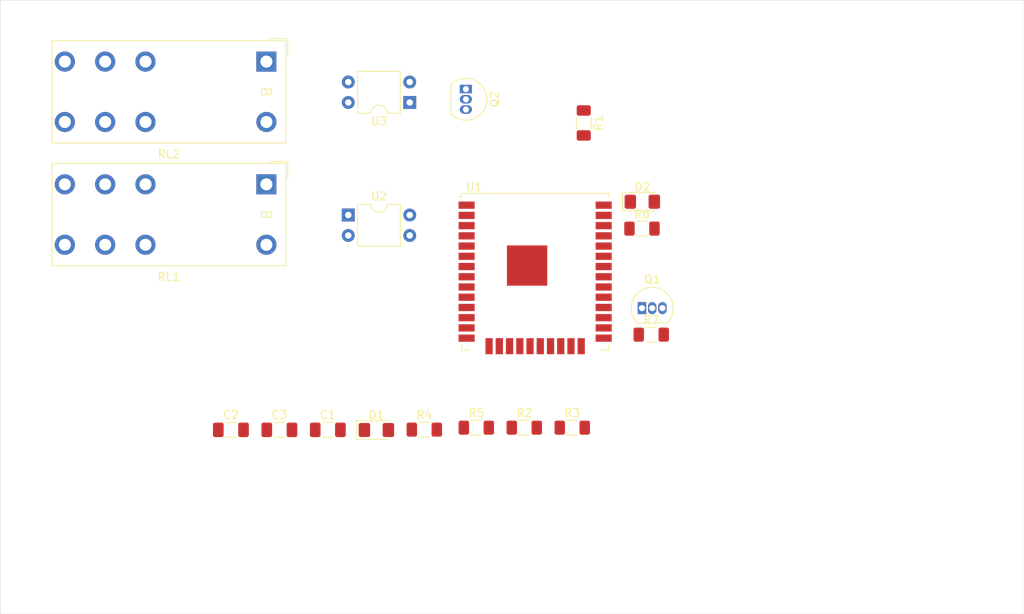
<source format=kicad_pcb>
(kicad_pcb (version 20171130) (host pcbnew "(5.1.10)-1")

  (general
    (thickness 1.6)
    (drawings 4)
    (tracks 0)
    (zones 0)
    (modules 19)
    (nets 17)
  )

  (page A4)
  (layers
    (0 F.Cu signal)
    (31 B.Cu signal)
    (32 B.Adhes user)
    (33 F.Adhes user)
    (34 B.Paste user)
    (35 F.Paste user)
    (36 B.SilkS user)
    (37 F.SilkS user)
    (38 B.Mask user)
    (39 F.Mask user)
    (40 Dwgs.User user)
    (41 Cmts.User user)
    (42 Eco1.User user)
    (43 Eco2.User user)
    (44 Edge.Cuts user)
    (45 Margin user)
    (46 B.CrtYd user)
    (47 F.CrtYd user)
    (48 B.Fab user)
    (49 F.Fab user)
  )

  (setup
    (last_trace_width 0.25)
    (trace_clearance 0.2)
    (zone_clearance 0.508)
    (zone_45_only no)
    (trace_min 0.2)
    (via_size 0.8)
    (via_drill 0.4)
    (via_min_size 0.4)
    (via_min_drill 0.3)
    (uvia_size 0.3)
    (uvia_drill 0.1)
    (uvias_allowed no)
    (uvia_min_size 0.2)
    (uvia_min_drill 0.1)
    (edge_width 0.05)
    (segment_width 0.2)
    (pcb_text_width 0.3)
    (pcb_text_size 1.5 1.5)
    (mod_edge_width 0.12)
    (mod_text_size 1 1)
    (mod_text_width 0.15)
    (pad_size 1.524 1.524)
    (pad_drill 0.762)
    (pad_to_mask_clearance 0)
    (aux_axis_origin 0 0)
    (visible_elements 7FFFFFFF)
    (pcbplotparams
      (layerselection 0x010fc_ffffffff)
      (usegerberextensions false)
      (usegerberattributes true)
      (usegerberadvancedattributes true)
      (creategerberjobfile true)
      (excludeedgelayer true)
      (linewidth 0.100000)
      (plotframeref false)
      (viasonmask false)
      (mode 1)
      (useauxorigin false)
      (hpglpennumber 1)
      (hpglpenspeed 20)
      (hpglpendiameter 15.000000)
      (psnegative false)
      (psa4output false)
      (plotreference true)
      (plotvalue true)
      (plotinvisibletext false)
      (padsonsilk false)
      (subtractmaskfromsilk false)
      (outputformat 1)
      (mirror false)
      (drillshape 1)
      (scaleselection 1)
      (outputdirectory ""))
  )

  (net 0 "")
  (net 1 +3V3)
  (net 2 VSS)
  (net 3 "Net-(C3-Pad1)")
  (net 4 "Net-(D1-Pad2)")
  (net 5 +12V)
  (net 6 "Net-(D2-Pad2)")
  (net 7 "Net-(Q1-Pad2)")
  (net 8 "Net-(Q2-Pad2)")
  (net 9 "Net-(R4-Pad1)")
  (net 10 "Net-(R5-Pad1)")
  (net 11 "Net-(R6-Pad2)")
  (net 12 "Net-(R7-Pad2)")
  (net 13 "Net-(RL1-Pad3)")
  (net 14 "Net-(RL1-Pad4)")
  (net 15 "Net-(RL2-Pad3)")
  (net 16 "Net-(RL2-Pad4)")

  (net_class Default "This is the default net class."
    (clearance 0.2)
    (trace_width 0.25)
    (via_dia 0.8)
    (via_drill 0.4)
    (uvia_dia 0.3)
    (uvia_drill 0.1)
    (add_net +12V)
    (add_net +3V3)
    (add_net "Net-(C3-Pad1)")
    (add_net "Net-(D1-Pad2)")
    (add_net "Net-(D2-Pad2)")
    (add_net "Net-(Q1-Pad2)")
    (add_net "Net-(Q2-Pad2)")
    (add_net "Net-(R4-Pad1)")
    (add_net "Net-(R5-Pad1)")
    (add_net "Net-(R6-Pad2)")
    (add_net "Net-(R7-Pad2)")
    (add_net "Net-(RL1-Pad2)")
    (add_net "Net-(RL1-Pad3)")
    (add_net "Net-(RL1-Pad4)")
    (add_net "Net-(RL1-Pad7)")
    (add_net "Net-(RL2-Pad2)")
    (add_net "Net-(RL2-Pad3)")
    (add_net "Net-(RL2-Pad4)")
    (add_net "Net-(RL2-Pad7)")
    (add_net "Net-(U1-Pad10)")
    (add_net "Net-(U1-Pad11)")
    (add_net "Net-(U1-Pad12)")
    (add_net "Net-(U1-Pad13)")
    (add_net "Net-(U1-Pad14)")
    (add_net "Net-(U1-Pad16)")
    (add_net "Net-(U1-Pad17)")
    (add_net "Net-(U1-Pad18)")
    (add_net "Net-(U1-Pad19)")
    (add_net "Net-(U1-Pad20)")
    (add_net "Net-(U1-Pad21)")
    (add_net "Net-(U1-Pad22)")
    (add_net "Net-(U1-Pad23)")
    (add_net "Net-(U1-Pad24)")
    (add_net "Net-(U1-Pad25)")
    (add_net "Net-(U1-Pad26)")
    (add_net "Net-(U1-Pad27)")
    (add_net "Net-(U1-Pad28)")
    (add_net "Net-(U1-Pad29)")
    (add_net "Net-(U1-Pad30)")
    (add_net "Net-(U1-Pad31)")
    (add_net "Net-(U1-Pad32)")
    (add_net "Net-(U1-Pad33)")
    (add_net "Net-(U1-Pad34)")
    (add_net "Net-(U1-Pad35)")
    (add_net "Net-(U1-Pad36)")
    (add_net "Net-(U1-Pad37)")
    (add_net "Net-(U1-Pad4)")
    (add_net "Net-(U1-Pad5)")
    (add_net "Net-(U1-Pad6)")
    (add_net "Net-(U1-Pad7)")
    (add_net "Net-(U1-Pad8)")
    (add_net "Net-(U1-Pad9)")
    (add_net "Net-(U2-Pad1)")
    (add_net "Net-(U3-Pad1)")
    (add_net VSS)
  )

  (module Package_TO_SOT_THT:TO-92_Inline (layer F.Cu) (tedit 5A1DD157) (tstamp 62971E64)
    (at 83.17 36.43 270)
    (descr "TO-92 leads in-line, narrow, oval pads, drill 0.75mm (see NXP sot054_po.pdf)")
    (tags "to-92 sc-43 sc-43a sot54 PA33 transistor")
    (path /62962D24)
    (fp_text reference Q2 (at 1.27 -3.56 90) (layer F.SilkS)
      (effects (font (size 1 1) (thickness 0.15)))
    )
    (fp_text value PN2222A (at 1.27 2.79 90) (layer F.Fab)
      (effects (font (size 1 1) (thickness 0.15)))
    )
    (fp_arc (start 1.27 0) (end 1.27 -2.6) (angle 135) (layer F.SilkS) (width 0.12))
    (fp_arc (start 1.27 0) (end 1.27 -2.48) (angle -135) (layer F.Fab) (width 0.1))
    (fp_arc (start 1.27 0) (end 1.27 -2.6) (angle -135) (layer F.SilkS) (width 0.12))
    (fp_arc (start 1.27 0) (end 1.27 -2.48) (angle 135) (layer F.Fab) (width 0.1))
    (fp_text user %R (at 1.27 0 90) (layer F.Fab)
      (effects (font (size 1 1) (thickness 0.15)))
    )
    (fp_line (start -0.53 1.85) (end 3.07 1.85) (layer F.SilkS) (width 0.12))
    (fp_line (start -0.5 1.75) (end 3 1.75) (layer F.Fab) (width 0.1))
    (fp_line (start -1.46 -2.73) (end 4 -2.73) (layer F.CrtYd) (width 0.05))
    (fp_line (start -1.46 -2.73) (end -1.46 2.01) (layer F.CrtYd) (width 0.05))
    (fp_line (start 4 2.01) (end 4 -2.73) (layer F.CrtYd) (width 0.05))
    (fp_line (start 4 2.01) (end -1.46 2.01) (layer F.CrtYd) (width 0.05))
    (pad 1 thru_hole rect (at 0 0 270) (size 1.05 1.5) (drill 0.75) (layers *.Cu *.Mask)
      (net 2 VSS))
    (pad 3 thru_hole oval (at 2.54 0 270) (size 1.05 1.5) (drill 0.75) (layers *.Cu *.Mask)
      (net 6 "Net-(D2-Pad2)"))
    (pad 2 thru_hole oval (at 1.27 0 270) (size 1.05 1.5) (drill 0.75) (layers *.Cu *.Mask)
      (net 8 "Net-(Q2-Pad2)"))
    (model ${KISYS3DMOD}/Package_TO_SOT_THT.3dshapes/TO-92_Inline.wrl
      (at (xyz 0 0 0))
      (scale (xyz 1 1 1))
      (rotate (xyz 0 0 0))
    )
  )

  (module Package_TO_SOT_THT:TO-92_Inline (layer F.Cu) (tedit 5A1DD157) (tstamp 62971E53)
    (at 105.01 63.63)
    (descr "TO-92 leads in-line, narrow, oval pads, drill 0.75mm (see NXP sot054_po.pdf)")
    (tags "to-92 sc-43 sc-43a sot54 PA33 transistor")
    (path /62A02781)
    (fp_text reference Q1 (at 1.27 -3.56) (layer F.SilkS)
      (effects (font (size 1 1) (thickness 0.15)))
    )
    (fp_text value PN2222A (at 1.27 2.79) (layer F.Fab)
      (effects (font (size 1 1) (thickness 0.15)))
    )
    (fp_arc (start 1.27 0) (end 1.27 -2.6) (angle 135) (layer F.SilkS) (width 0.12))
    (fp_arc (start 1.27 0) (end 1.27 -2.48) (angle -135) (layer F.Fab) (width 0.1))
    (fp_arc (start 1.27 0) (end 1.27 -2.6) (angle -135) (layer F.SilkS) (width 0.12))
    (fp_arc (start 1.27 0) (end 1.27 -2.48) (angle 135) (layer F.Fab) (width 0.1))
    (fp_text user %R (at 1.27 0) (layer F.Fab)
      (effects (font (size 1 1) (thickness 0.15)))
    )
    (fp_line (start -0.53 1.85) (end 3.07 1.85) (layer F.SilkS) (width 0.12))
    (fp_line (start -0.5 1.75) (end 3 1.75) (layer F.Fab) (width 0.1))
    (fp_line (start -1.46 -2.73) (end 4 -2.73) (layer F.CrtYd) (width 0.05))
    (fp_line (start -1.46 -2.73) (end -1.46 2.01) (layer F.CrtYd) (width 0.05))
    (fp_line (start 4 2.01) (end 4 -2.73) (layer F.CrtYd) (width 0.05))
    (fp_line (start 4 2.01) (end -1.46 2.01) (layer F.CrtYd) (width 0.05))
    (pad 1 thru_hole rect (at 0 0) (size 1.05 1.5) (drill 0.75) (layers *.Cu *.Mask)
      (net 2 VSS))
    (pad 3 thru_hole oval (at 2.54 0) (size 1.05 1.5) (drill 0.75) (layers *.Cu *.Mask)
      (net 4 "Net-(D1-Pad2)"))
    (pad 2 thru_hole oval (at 1.27 0) (size 1.05 1.5) (drill 0.75) (layers *.Cu *.Mask)
      (net 7 "Net-(Q1-Pad2)"))
    (model ${KISYS3DMOD}/Package_TO_SOT_THT.3dshapes/TO-92_Inline.wrl
      (at (xyz 0 0 0))
      (scale (xyz 1 1 1))
      (rotate (xyz 0 0 0))
    )
  )

  (module Package_DIP:DIP-4_W7.62mm (layer F.Cu) (tedit 5A02E8C5) (tstamp 62971F90)
    (at 76.2 38.1 180)
    (descr "4-lead though-hole mounted DIP package, row spacing 7.62 mm (300 mils)")
    (tags "THT DIP DIL PDIP 2.54mm 7.62mm 300mil")
    (path /6295CB16)
    (fp_text reference U3 (at 3.81 -2.33) (layer F.SilkS)
      (effects (font (size 1 1) (thickness 0.15)))
    )
    (fp_text value PC817 (at 3.81 4.87) (layer F.Fab)
      (effects (font (size 1 1) (thickness 0.15)))
    )
    (fp_line (start 8.7 -1.55) (end -1.1 -1.55) (layer F.CrtYd) (width 0.05))
    (fp_line (start 8.7 4.1) (end 8.7 -1.55) (layer F.CrtYd) (width 0.05))
    (fp_line (start -1.1 4.1) (end 8.7 4.1) (layer F.CrtYd) (width 0.05))
    (fp_line (start -1.1 -1.55) (end -1.1 4.1) (layer F.CrtYd) (width 0.05))
    (fp_line (start 6.46 -1.33) (end 4.81 -1.33) (layer F.SilkS) (width 0.12))
    (fp_line (start 6.46 3.87) (end 6.46 -1.33) (layer F.SilkS) (width 0.12))
    (fp_line (start 1.16 3.87) (end 6.46 3.87) (layer F.SilkS) (width 0.12))
    (fp_line (start 1.16 -1.33) (end 1.16 3.87) (layer F.SilkS) (width 0.12))
    (fp_line (start 2.81 -1.33) (end 1.16 -1.33) (layer F.SilkS) (width 0.12))
    (fp_line (start 0.635 -0.27) (end 1.635 -1.27) (layer F.Fab) (width 0.1))
    (fp_line (start 0.635 3.81) (end 0.635 -0.27) (layer F.Fab) (width 0.1))
    (fp_line (start 6.985 3.81) (end 0.635 3.81) (layer F.Fab) (width 0.1))
    (fp_line (start 6.985 -1.27) (end 6.985 3.81) (layer F.Fab) (width 0.1))
    (fp_line (start 1.635 -1.27) (end 6.985 -1.27) (layer F.Fab) (width 0.1))
    (fp_text user %R (at 3.81 1.27) (layer F.Fab)
      (effects (font (size 1 1) (thickness 0.15)))
    )
    (fp_arc (start 3.81 -1.33) (end 2.81 -1.33) (angle -180) (layer F.SilkS) (width 0.12))
    (pad 4 thru_hole oval (at 7.62 0 180) (size 1.6 1.6) (drill 0.8) (layers *.Cu *.Mask)
      (net 5 +12V))
    (pad 2 thru_hole oval (at 0 2.54 180) (size 1.6 1.6) (drill 0.8) (layers *.Cu *.Mask)
      (net 12 "Net-(R7-Pad2)"))
    (pad 3 thru_hole oval (at 7.62 2.54 180) (size 1.6 1.6) (drill 0.8) (layers *.Cu *.Mask)
      (net 10 "Net-(R5-Pad1)"))
    (pad 1 thru_hole rect (at 0 0 180) (size 1.6 1.6) (drill 0.8) (layers *.Cu *.Mask))
    (model ${KISYS3DMOD}/Package_DIP.3dshapes/DIP-4_W7.62mm.wrl
      (at (xyz 0 0 0))
      (scale (xyz 1 1 1))
      (rotate (xyz 0 0 0))
    )
  )

  (module Package_DIP:DIP-4_W7.62mm (layer F.Cu) (tedit 5A02E8C5) (tstamp 62971F78)
    (at 68.58 52.07)
    (descr "4-lead though-hole mounted DIP package, row spacing 7.62 mm (300 mils)")
    (tags "THT DIP DIL PDIP 2.54mm 7.62mm 300mil")
    (path /62A02793)
    (fp_text reference U2 (at 3.81 -2.33) (layer F.SilkS)
      (effects (font (size 1 1) (thickness 0.15)))
    )
    (fp_text value PC817 (at 3.81 4.87) (layer F.Fab)
      (effects (font (size 1 1) (thickness 0.15)))
    )
    (fp_line (start 8.7 -1.55) (end -1.1 -1.55) (layer F.CrtYd) (width 0.05))
    (fp_line (start 8.7 4.1) (end 8.7 -1.55) (layer F.CrtYd) (width 0.05))
    (fp_line (start -1.1 4.1) (end 8.7 4.1) (layer F.CrtYd) (width 0.05))
    (fp_line (start -1.1 -1.55) (end -1.1 4.1) (layer F.CrtYd) (width 0.05))
    (fp_line (start 6.46 -1.33) (end 4.81 -1.33) (layer F.SilkS) (width 0.12))
    (fp_line (start 6.46 3.87) (end 6.46 -1.33) (layer F.SilkS) (width 0.12))
    (fp_line (start 1.16 3.87) (end 6.46 3.87) (layer F.SilkS) (width 0.12))
    (fp_line (start 1.16 -1.33) (end 1.16 3.87) (layer F.SilkS) (width 0.12))
    (fp_line (start 2.81 -1.33) (end 1.16 -1.33) (layer F.SilkS) (width 0.12))
    (fp_line (start 0.635 -0.27) (end 1.635 -1.27) (layer F.Fab) (width 0.1))
    (fp_line (start 0.635 3.81) (end 0.635 -0.27) (layer F.Fab) (width 0.1))
    (fp_line (start 6.985 3.81) (end 0.635 3.81) (layer F.Fab) (width 0.1))
    (fp_line (start 6.985 -1.27) (end 6.985 3.81) (layer F.Fab) (width 0.1))
    (fp_line (start 1.635 -1.27) (end 6.985 -1.27) (layer F.Fab) (width 0.1))
    (fp_text user %R (at 3.81 1.27) (layer F.Fab)
      (effects (font (size 1 1) (thickness 0.15)))
    )
    (fp_arc (start 3.81 -1.33) (end 2.81 -1.33) (angle -180) (layer F.SilkS) (width 0.12))
    (pad 4 thru_hole oval (at 7.62 0) (size 1.6 1.6) (drill 0.8) (layers *.Cu *.Mask)
      (net 5 +12V))
    (pad 2 thru_hole oval (at 0 2.54) (size 1.6 1.6) (drill 0.8) (layers *.Cu *.Mask)
      (net 11 "Net-(R6-Pad2)"))
    (pad 3 thru_hole oval (at 7.62 2.54) (size 1.6 1.6) (drill 0.8) (layers *.Cu *.Mask)
      (net 9 "Net-(R4-Pad1)"))
    (pad 1 thru_hole rect (at 0 0) (size 1.6 1.6) (drill 0.8) (layers *.Cu *.Mask))
    (model ${KISYS3DMOD}/Package_DIP.3dshapes/DIP-4_W7.62mm.wrl
      (at (xyz 0 0 0))
      (scale (xyz 1 1 1))
      (rotate (xyz 0 0 0))
    )
  )

  (module RF_Module:ESP32-WROOM-32U (layer F.Cu) (tedit 5B5B4734) (tstamp 62971F60)
    (at 91.76 59.1)
    (descr "Single 2.4 GHz Wi-Fi and Bluetooth combo chip with U.FL connector, https://www.espressif.com/sites/default/files/documentation/esp32-wroom-32d_esp32-wroom-32u_datasheet_en.pdf")
    (tags "Single 2.4 GHz Wi-Fi and Bluetooth combo  chip")
    (path /62A03C9B)
    (attr smd)
    (fp_text reference U1 (at -7.58 -10.5 180) (layer F.SilkS)
      (effects (font (size 1 1) (thickness 0.15)))
    )
    (fp_text value ESP32-WROOM-32U (at 0 11.5) (layer F.Fab)
      (effects (font (size 1 1) (thickness 0.15)))
    )
    (fp_line (start -9.12 -9.3) (end -9.5 -9.3) (layer F.SilkS) (width 0.12))
    (fp_line (start -9.12 -9.72) (end -9.12 -9.3) (layer F.SilkS) (width 0.12))
    (fp_line (start 9.12 -9.72) (end 9.12 -9.3) (layer F.SilkS) (width 0.12))
    (fp_line (start -9.12 -9.72) (end 9.12 -9.72) (layer F.SilkS) (width 0.12))
    (fp_line (start 9.12 9.72) (end 8.12 9.72) (layer F.SilkS) (width 0.12))
    (fp_line (start 9.12 9.1) (end 9.12 9.72) (layer F.SilkS) (width 0.12))
    (fp_line (start -9.12 9.72) (end -8.12 9.72) (layer F.SilkS) (width 0.12))
    (fp_line (start -9.12 9.1) (end -9.12 9.72) (layer F.SilkS) (width 0.12))
    (fp_line (start 9.75 -9.85) (end -9.75 -9.85) (layer F.CrtYd) (width 0.05))
    (fp_line (start -9 -8) (end -8.5 -8.5) (layer F.Fab) (width 0.1))
    (fp_line (start -8.5 -8.5) (end -9 -9) (layer F.Fab) (width 0.1))
    (fp_line (start -9 -8) (end -9 9.6) (layer F.Fab) (width 0.1))
    (fp_line (start 9.75 -9.85) (end 9.75 10.5) (layer F.CrtYd) (width 0.05))
    (fp_line (start -9.75 10.5) (end 9.75 10.5) (layer F.CrtYd) (width 0.05))
    (fp_line (start -9.75 10.5) (end -9.75 -9.85) (layer F.CrtYd) (width 0.05))
    (fp_line (start -9 -9.6) (end 9 -9.6) (layer F.Fab) (width 0.1))
    (fp_line (start -9 -9.6) (end -9 -9) (layer F.Fab) (width 0.1))
    (fp_line (start -9 9.6) (end 9 9.6) (layer F.Fab) (width 0.1))
    (fp_line (start 9 9.6) (end 9 -9.6) (layer F.Fab) (width 0.1))
    (fp_text user %R (at 0 0) (layer F.Fab)
      (effects (font (size 1 1) (thickness 0.15)))
    )
    (pad 38 smd rect (at 8.5 -8.255) (size 2 0.9) (layers F.Cu F.Paste F.Mask)
      (net 2 VSS))
    (pad 37 smd rect (at 8.5 -6.985) (size 2 0.9) (layers F.Cu F.Paste F.Mask))
    (pad 36 smd rect (at 8.5 -5.715) (size 2 0.9) (layers F.Cu F.Paste F.Mask))
    (pad 35 smd rect (at 8.5 -4.445) (size 2 0.9) (layers F.Cu F.Paste F.Mask))
    (pad 34 smd rect (at 8.5 -3.175) (size 2 0.9) (layers F.Cu F.Paste F.Mask))
    (pad 33 smd rect (at 8.5 -1.905) (size 2 0.9) (layers F.Cu F.Paste F.Mask))
    (pad 32 smd rect (at 8.5 -0.635) (size 2 0.9) (layers F.Cu F.Paste F.Mask))
    (pad 31 smd rect (at 8.5 0.635) (size 2 0.9) (layers F.Cu F.Paste F.Mask))
    (pad 30 smd rect (at 8.5 1.905) (size 2 0.9) (layers F.Cu F.Paste F.Mask))
    (pad 29 smd rect (at 8.5 3.175) (size 2 0.9) (layers F.Cu F.Paste F.Mask))
    (pad 28 smd rect (at 8.5 4.445) (size 2 0.9) (layers F.Cu F.Paste F.Mask))
    (pad 27 smd rect (at 8.5 5.715) (size 2 0.9) (layers F.Cu F.Paste F.Mask))
    (pad 26 smd rect (at 8.5 6.985) (size 2 0.9) (layers F.Cu F.Paste F.Mask))
    (pad 25 smd rect (at 8.5 8.255) (size 2 0.9) (layers F.Cu F.Paste F.Mask))
    (pad 24 smd rect (at 5.715 9.255 90) (size 2 0.9) (layers F.Cu F.Paste F.Mask))
    (pad 23 smd rect (at 4.445 9.255 90) (size 2 0.9) (layers F.Cu F.Paste F.Mask))
    (pad 22 smd rect (at 3.175 9.255 90) (size 2 0.9) (layers F.Cu F.Paste F.Mask))
    (pad 21 smd rect (at 1.905 9.255 90) (size 2 0.9) (layers F.Cu F.Paste F.Mask))
    (pad 20 smd rect (at 0.635 9.255 90) (size 2 0.9) (layers F.Cu F.Paste F.Mask))
    (pad 19 smd rect (at -0.635 9.255 90) (size 2 0.9) (layers F.Cu F.Paste F.Mask))
    (pad 18 smd rect (at -1.905 9.255 90) (size 2 0.9) (layers F.Cu F.Paste F.Mask))
    (pad 17 smd rect (at -3.175 9.255 90) (size 2 0.9) (layers F.Cu F.Paste F.Mask))
    (pad 16 smd rect (at -4.445 9.255 90) (size 2 0.9) (layers F.Cu F.Paste F.Mask))
    (pad 15 smd rect (at -5.715 9.255 270) (size 2 0.9) (layers F.Cu F.Paste F.Mask)
      (net 2 VSS))
    (pad 14 smd rect (at -8.5 8.255) (size 2 0.9) (layers F.Cu F.Paste F.Mask))
    (pad 13 smd rect (at -8.5 6.985) (size 2 0.9) (layers F.Cu F.Paste F.Mask))
    (pad 12 smd rect (at -8.5 5.715) (size 2 0.9) (layers F.Cu F.Paste F.Mask))
    (pad 11 smd rect (at -8.5 4.445) (size 2 0.9) (layers F.Cu F.Paste F.Mask))
    (pad 10 smd rect (at -8.5 3.175) (size 2 0.9) (layers F.Cu F.Paste F.Mask))
    (pad 9 smd rect (at -8.5 1.905) (size 2 0.9) (layers F.Cu F.Paste F.Mask))
    (pad 8 smd rect (at -8.5 0.635) (size 2 0.9) (layers F.Cu F.Paste F.Mask))
    (pad 7 smd rect (at -8.5 -0.635) (size 2 0.9) (layers F.Cu F.Paste F.Mask))
    (pad 6 smd rect (at -8.5 -1.905) (size 2 0.9) (layers F.Cu F.Paste F.Mask))
    (pad 5 smd rect (at -8.5 -3.175) (size 2 0.9) (layers F.Cu F.Paste F.Mask))
    (pad 4 smd rect (at -8.5 -4.445) (size 2 0.9) (layers F.Cu F.Paste F.Mask))
    (pad 3 smd rect (at -8.5 -5.715) (size 2 0.9) (layers F.Cu F.Paste F.Mask)
      (net 3 "Net-(C3-Pad1)"))
    (pad 2 smd rect (at -8.5 -6.985) (size 2 0.9) (layers F.Cu F.Paste F.Mask)
      (net 1 +3V3))
    (pad 1 smd rect (at -8.5 -8.255) (size 2 0.9) (layers F.Cu F.Paste F.Mask)
      (net 2 VSS))
    (pad 39 smd rect (at -1 -0.755) (size 5 5) (layers F.Cu F.Paste F.Mask)
      (net 2 VSS))
    (model ${KISYS3DMOD}/RF_Module.3dshapes/ESP32-WROOM-32U.wrl
      (at (xyz 0 0 0))
      (scale (xyz 1 1 1))
      (rotate (xyz 0 0 0))
    )
  )

  (module Relay_THT:Relay_DPDT_Omron_G2RL (layer F.Cu) (tedit 5E6F86BB) (tstamp 62971F21)
    (at 58.42 33.02 180)
    (descr "Omron Relay DPDT, https://omronfs.omron.com/en_US/ecb/products/pdf/en-g2rl.pdf")
    (tags "Omron Relay DPDT")
    (path /6296B585)
    (fp_text reference RL2 (at 12.1 -11.5 180) (layer F.SilkS)
      (effects (font (size 1 1) (thickness 0.15)))
    )
    (fp_text value G2RL-2-ASI-DC12 (at 12.1 3.9 180) (layer F.Fab)
      (effects (font (size 1 1) (thickness 0.15)))
    )
    (fp_line (start 26.75 2.75) (end 26.75 -10.25) (layer F.CrtYd) (width 0.05))
    (fp_line (start -2.55 2.75) (end 26.75 2.75) (layer F.CrtYd) (width 0.05))
    (fp_line (start -2.55 -10.25) (end -2.55 2.75) (layer F.CrtYd) (width 0.05))
    (fp_line (start 26.75 -10.25) (end -2.55 -10.25) (layer F.CrtYd) (width 0.05))
    (fp_line (start -2.64 2.84) (end -2.64 0.65) (layer F.SilkS) (width 0.12))
    (fp_line (start -0.3 2.84) (end -2.64 2.84) (layer F.SilkS) (width 0.12))
    (fp_line (start 0.6 -3.4) (end 0.6 -4.1) (layer F.SilkS) (width 0.12))
    (fp_line (start -0.6 -3.4) (end 0.6 -3.4) (layer F.SilkS) (width 0.12))
    (fp_line (start -0.6 -4.1) (end -0.6 -3.4) (layer F.SilkS) (width 0.12))
    (fp_line (start 0.6 -4.1) (end -0.6 -4.1) (layer F.SilkS) (width 0.12))
    (fp_line (start 0.2 -3.4) (end -0.2 -4.1) (layer F.SilkS) (width 0.12))
    (fp_line (start 26.6 2.6) (end 26.6 -10.1) (layer F.SilkS) (width 0.12))
    (fp_line (start -2.4 2.6) (end 26.6 2.6) (layer F.SilkS) (width 0.12))
    (fp_line (start -2.4 -10.1) (end -2.4 2.6) (layer F.SilkS) (width 0.12))
    (fp_line (start 26.6 -10.1) (end -2.4 -10.1) (layer F.SilkS) (width 0.12))
    (fp_line (start -2.64 2.84) (end -2.64 0.65) (layer F.Fab) (width 0.1))
    (fp_line (start -0.3 2.84) (end -2.64 2.84) (layer F.Fab) (width 0.1))
    (fp_line (start 0 -1.5) (end 0 -6) (layer F.Fab) (width 0.1))
    (fp_line (start 26.5 2.5) (end 26.5 -10) (layer F.Fab) (width 0.1))
    (fp_line (start -2.3 2.5) (end 26.5 2.5) (layer F.Fab) (width 0.1))
    (fp_line (start -2.3 -10) (end -2.3 2.5) (layer F.Fab) (width 0.1))
    (fp_line (start 26.5 -10) (end -2.3 -10) (layer F.Fab) (width 0.1))
    (fp_text user %R (at 12 -3.75 180) (layer F.Fab)
      (effects (font (size 1 1) (thickness 0.15)))
    )
    (pad 8 thru_hole oval (at 0 -7.5 270) (size 2.5 2.5) (drill 1.5) (layers *.Cu *.Mask)
      (net 5 +12V))
    (pad 7 thru_hole oval (at 15 -7.5 270) (size 2.5 2.5) (drill 1.5) (layers *.Cu *.Mask))
    (pad 6 thru_hole oval (at 20 -7.5 270) (size 2.5 2.5) (drill 1.5) (layers *.Cu *.Mask)
      (net 15 "Net-(RL2-Pad3)"))
    (pad 5 thru_hole oval (at 25 -7.5 270) (size 2.5 2.5) (drill 1.5) (layers *.Cu *.Mask)
      (net 16 "Net-(RL2-Pad4)"))
    (pad 4 thru_hole oval (at 25 0 270) (size 2.5 2.5) (drill 1.5) (layers *.Cu *.Mask)
      (net 16 "Net-(RL2-Pad4)"))
    (pad 3 thru_hole oval (at 20 0 270) (size 2.5 2.5) (drill 1.5) (layers *.Cu *.Mask)
      (net 15 "Net-(RL2-Pad3)"))
    (pad 2 thru_hole oval (at 15 0 270) (size 2.5 2.5) (drill 1.5) (layers *.Cu *.Mask))
    (pad 1 thru_hole rect (at 0 0 270) (size 2.5 2.5) (drill 1.5) (layers *.Cu *.Mask)
      (net 6 "Net-(D2-Pad2)"))
    (model ${KISYS3DMOD}/Relay_THT.3dshapes/Relay_DPDT_Omron_G2RL.wrl
      (at (xyz 0 0 0))
      (scale (xyz 1 1 1))
      (rotate (xyz 0 0 0))
    )
  )

  (module Relay_THT:Relay_DPDT_Omron_G2RL (layer F.Cu) (tedit 5E6F86BB) (tstamp 62971EFE)
    (at 58.42 48.26 180)
    (descr "Omron Relay DPDT, https://omronfs.omron.com/en_US/ecb/products/pdf/en-g2rl.pdf")
    (tags "Omron Relay DPDT")
    (path /62A0275E)
    (fp_text reference RL1 (at 12.1 -11.5 180) (layer F.SilkS)
      (effects (font (size 1 1) (thickness 0.15)))
    )
    (fp_text value G2RL-2-ASI-DC12 (at 12.1 3.9 180) (layer F.Fab)
      (effects (font (size 1 1) (thickness 0.15)))
    )
    (fp_line (start 26.75 2.75) (end 26.75 -10.25) (layer F.CrtYd) (width 0.05))
    (fp_line (start -2.55 2.75) (end 26.75 2.75) (layer F.CrtYd) (width 0.05))
    (fp_line (start -2.55 -10.25) (end -2.55 2.75) (layer F.CrtYd) (width 0.05))
    (fp_line (start 26.75 -10.25) (end -2.55 -10.25) (layer F.CrtYd) (width 0.05))
    (fp_line (start -2.64 2.84) (end -2.64 0.65) (layer F.SilkS) (width 0.12))
    (fp_line (start -0.3 2.84) (end -2.64 2.84) (layer F.SilkS) (width 0.12))
    (fp_line (start 0.6 -3.4) (end 0.6 -4.1) (layer F.SilkS) (width 0.12))
    (fp_line (start -0.6 -3.4) (end 0.6 -3.4) (layer F.SilkS) (width 0.12))
    (fp_line (start -0.6 -4.1) (end -0.6 -3.4) (layer F.SilkS) (width 0.12))
    (fp_line (start 0.6 -4.1) (end -0.6 -4.1) (layer F.SilkS) (width 0.12))
    (fp_line (start 0.2 -3.4) (end -0.2 -4.1) (layer F.SilkS) (width 0.12))
    (fp_line (start 26.6 2.6) (end 26.6 -10.1) (layer F.SilkS) (width 0.12))
    (fp_line (start -2.4 2.6) (end 26.6 2.6) (layer F.SilkS) (width 0.12))
    (fp_line (start -2.4 -10.1) (end -2.4 2.6) (layer F.SilkS) (width 0.12))
    (fp_line (start 26.6 -10.1) (end -2.4 -10.1) (layer F.SilkS) (width 0.12))
    (fp_line (start -2.64 2.84) (end -2.64 0.65) (layer F.Fab) (width 0.1))
    (fp_line (start -0.3 2.84) (end -2.64 2.84) (layer F.Fab) (width 0.1))
    (fp_line (start 0 -1.5) (end 0 -6) (layer F.Fab) (width 0.1))
    (fp_line (start 26.5 2.5) (end 26.5 -10) (layer F.Fab) (width 0.1))
    (fp_line (start -2.3 2.5) (end 26.5 2.5) (layer F.Fab) (width 0.1))
    (fp_line (start -2.3 -10) (end -2.3 2.5) (layer F.Fab) (width 0.1))
    (fp_line (start 26.5 -10) (end -2.3 -10) (layer F.Fab) (width 0.1))
    (fp_text user %R (at 12 -3.75 180) (layer F.Fab)
      (effects (font (size 1 1) (thickness 0.15)))
    )
    (pad 8 thru_hole oval (at 0 -7.5 270) (size 2.5 2.5) (drill 1.5) (layers *.Cu *.Mask)
      (net 5 +12V))
    (pad 7 thru_hole oval (at 15 -7.5 270) (size 2.5 2.5) (drill 1.5) (layers *.Cu *.Mask))
    (pad 6 thru_hole oval (at 20 -7.5 270) (size 2.5 2.5) (drill 1.5) (layers *.Cu *.Mask)
      (net 13 "Net-(RL1-Pad3)"))
    (pad 5 thru_hole oval (at 25 -7.5 270) (size 2.5 2.5) (drill 1.5) (layers *.Cu *.Mask)
      (net 14 "Net-(RL1-Pad4)"))
    (pad 4 thru_hole oval (at 25 0 270) (size 2.5 2.5) (drill 1.5) (layers *.Cu *.Mask)
      (net 14 "Net-(RL1-Pad4)"))
    (pad 3 thru_hole oval (at 20 0 270) (size 2.5 2.5) (drill 1.5) (layers *.Cu *.Mask)
      (net 13 "Net-(RL1-Pad3)"))
    (pad 2 thru_hole oval (at 15 0 270) (size 2.5 2.5) (drill 1.5) (layers *.Cu *.Mask))
    (pad 1 thru_hole rect (at 0 0 270) (size 2.5 2.5) (drill 1.5) (layers *.Cu *.Mask)
      (net 4 "Net-(D1-Pad2)"))
    (model ${KISYS3DMOD}/Relay_THT.3dshapes/Relay_DPDT_Omron_G2RL.wrl
      (at (xyz 0 0 0))
      (scale (xyz 1 1 1))
      (rotate (xyz 0 0 0))
    )
  )

  (module Resistor_SMD:R_1206_3216Metric_Pad1.30x1.75mm_HandSolder (layer F.Cu) (tedit 5F68FEEE) (tstamp 62971EDB)
    (at 106.16 66.92)
    (descr "Resistor SMD 1206 (3216 Metric), square (rectangular) end terminal, IPC_7351 nominal with elongated pad for handsoldering. (Body size source: IPC-SM-782 page 72, https://www.pcb-3d.com/wordpress/wp-content/uploads/ipc-sm-782a_amendment_1_and_2.pdf), generated with kicad-footprint-generator")
    (tags "resistor handsolder")
    (path /629A2D6D)
    (attr smd)
    (fp_text reference R7 (at 0 -1.82) (layer F.SilkS)
      (effects (font (size 1 1) (thickness 0.15)))
    )
    (fp_text value 100 (at 0 1.82) (layer F.Fab)
      (effects (font (size 1 1) (thickness 0.15)))
    )
    (fp_line (start 2.45 1.12) (end -2.45 1.12) (layer F.CrtYd) (width 0.05))
    (fp_line (start 2.45 -1.12) (end 2.45 1.12) (layer F.CrtYd) (width 0.05))
    (fp_line (start -2.45 -1.12) (end 2.45 -1.12) (layer F.CrtYd) (width 0.05))
    (fp_line (start -2.45 1.12) (end -2.45 -1.12) (layer F.CrtYd) (width 0.05))
    (fp_line (start -0.727064 0.91) (end 0.727064 0.91) (layer F.SilkS) (width 0.12))
    (fp_line (start -0.727064 -0.91) (end 0.727064 -0.91) (layer F.SilkS) (width 0.12))
    (fp_line (start 1.6 0.8) (end -1.6 0.8) (layer F.Fab) (width 0.1))
    (fp_line (start 1.6 -0.8) (end 1.6 0.8) (layer F.Fab) (width 0.1))
    (fp_line (start -1.6 -0.8) (end 1.6 -0.8) (layer F.Fab) (width 0.1))
    (fp_line (start -1.6 0.8) (end -1.6 -0.8) (layer F.Fab) (width 0.1))
    (fp_text user %R (at 0 0) (layer F.Fab)
      (effects (font (size 0.8 0.8) (thickness 0.12)))
    )
    (pad 2 smd roundrect (at 1.55 0) (size 1.3 1.75) (layers F.Cu F.Paste F.Mask) (roundrect_rratio 0.192308)
      (net 12 "Net-(R7-Pad2)"))
    (pad 1 smd roundrect (at -1.55 0) (size 1.3 1.75) (layers F.Cu F.Paste F.Mask) (roundrect_rratio 0.192308)
      (net 2 VSS))
    (model ${KISYS3DMOD}/Resistor_SMD.3dshapes/R_1206_3216Metric.wrl
      (at (xyz 0 0 0))
      (scale (xyz 1 1 1))
      (rotate (xyz 0 0 0))
    )
  )

  (module Resistor_SMD:R_1206_3216Metric_Pad1.30x1.75mm_HandSolder (layer F.Cu) (tedit 5F68FEEE) (tstamp 62971ECA)
    (at 105.01 53.76)
    (descr "Resistor SMD 1206 (3216 Metric), square (rectangular) end terminal, IPC_7351 nominal with elongated pad for handsoldering. (Body size source: IPC-SM-782 page 72, https://www.pcb-3d.com/wordpress/wp-content/uploads/ipc-sm-782a_amendment_1_and_2.pdf), generated with kicad-footprint-generator")
    (tags "resistor handsolder")
    (path /62A027B4)
    (attr smd)
    (fp_text reference R6 (at 0 -1.82) (layer F.SilkS)
      (effects (font (size 1 1) (thickness 0.15)))
    )
    (fp_text value 100 (at 0 1.82) (layer F.Fab)
      (effects (font (size 1 1) (thickness 0.15)))
    )
    (fp_line (start 2.45 1.12) (end -2.45 1.12) (layer F.CrtYd) (width 0.05))
    (fp_line (start 2.45 -1.12) (end 2.45 1.12) (layer F.CrtYd) (width 0.05))
    (fp_line (start -2.45 -1.12) (end 2.45 -1.12) (layer F.CrtYd) (width 0.05))
    (fp_line (start -2.45 1.12) (end -2.45 -1.12) (layer F.CrtYd) (width 0.05))
    (fp_line (start -0.727064 0.91) (end 0.727064 0.91) (layer F.SilkS) (width 0.12))
    (fp_line (start -0.727064 -0.91) (end 0.727064 -0.91) (layer F.SilkS) (width 0.12))
    (fp_line (start 1.6 0.8) (end -1.6 0.8) (layer F.Fab) (width 0.1))
    (fp_line (start 1.6 -0.8) (end 1.6 0.8) (layer F.Fab) (width 0.1))
    (fp_line (start -1.6 -0.8) (end 1.6 -0.8) (layer F.Fab) (width 0.1))
    (fp_line (start -1.6 0.8) (end -1.6 -0.8) (layer F.Fab) (width 0.1))
    (fp_text user %R (at 0 0) (layer F.Fab)
      (effects (font (size 0.8 0.8) (thickness 0.12)))
    )
    (pad 2 smd roundrect (at 1.55 0) (size 1.3 1.75) (layers F.Cu F.Paste F.Mask) (roundrect_rratio 0.192308)
      (net 11 "Net-(R6-Pad2)"))
    (pad 1 smd roundrect (at -1.55 0) (size 1.3 1.75) (layers F.Cu F.Paste F.Mask) (roundrect_rratio 0.192308)
      (net 2 VSS))
    (model ${KISYS3DMOD}/Resistor_SMD.3dshapes/R_1206_3216Metric.wrl
      (at (xyz 0 0 0))
      (scale (xyz 1 1 1))
      (rotate (xyz 0 0 0))
    )
  )

  (module Resistor_SMD:R_1206_3216Metric_Pad1.30x1.75mm_HandSolder (layer F.Cu) (tedit 5F68FEEE) (tstamp 62971EB9)
    (at 84.46 78.47)
    (descr "Resistor SMD 1206 (3216 Metric), square (rectangular) end terminal, IPC_7351 nominal with elongated pad for handsoldering. (Body size source: IPC-SM-782 page 72, https://www.pcb-3d.com/wordpress/wp-content/uploads/ipc-sm-782a_amendment_1_and_2.pdf), generated with kicad-footprint-generator")
    (tags "resistor handsolder")
    (path /6298B43A)
    (attr smd)
    (fp_text reference R5 (at 0 -1.82) (layer F.SilkS)
      (effects (font (size 1 1) (thickness 0.15)))
    )
    (fp_text value 330 (at 0 1.82) (layer F.Fab)
      (effects (font (size 1 1) (thickness 0.15)))
    )
    (fp_line (start 2.45 1.12) (end -2.45 1.12) (layer F.CrtYd) (width 0.05))
    (fp_line (start 2.45 -1.12) (end 2.45 1.12) (layer F.CrtYd) (width 0.05))
    (fp_line (start -2.45 -1.12) (end 2.45 -1.12) (layer F.CrtYd) (width 0.05))
    (fp_line (start -2.45 1.12) (end -2.45 -1.12) (layer F.CrtYd) (width 0.05))
    (fp_line (start -0.727064 0.91) (end 0.727064 0.91) (layer F.SilkS) (width 0.12))
    (fp_line (start -0.727064 -0.91) (end 0.727064 -0.91) (layer F.SilkS) (width 0.12))
    (fp_line (start 1.6 0.8) (end -1.6 0.8) (layer F.Fab) (width 0.1))
    (fp_line (start 1.6 -0.8) (end 1.6 0.8) (layer F.Fab) (width 0.1))
    (fp_line (start -1.6 -0.8) (end 1.6 -0.8) (layer F.Fab) (width 0.1))
    (fp_line (start -1.6 0.8) (end -1.6 -0.8) (layer F.Fab) (width 0.1))
    (fp_text user %R (at 0 0) (layer F.Fab)
      (effects (font (size 0.8 0.8) (thickness 0.12)))
    )
    (pad 2 smd roundrect (at 1.55 0) (size 1.3 1.75) (layers F.Cu F.Paste F.Mask) (roundrect_rratio 0.192308)
      (net 8 "Net-(Q2-Pad2)"))
    (pad 1 smd roundrect (at -1.55 0) (size 1.3 1.75) (layers F.Cu F.Paste F.Mask) (roundrect_rratio 0.192308)
      (net 10 "Net-(R5-Pad1)"))
    (model ${KISYS3DMOD}/Resistor_SMD.3dshapes/R_1206_3216Metric.wrl
      (at (xyz 0 0 0))
      (scale (xyz 1 1 1))
      (rotate (xyz 0 0 0))
    )
  )

  (module Resistor_SMD:R_1206_3216Metric_Pad1.30x1.75mm_HandSolder (layer F.Cu) (tedit 5F68FEEE) (tstamp 62971EA8)
    (at 78.01 78.71)
    (descr "Resistor SMD 1206 (3216 Metric), square (rectangular) end terminal, IPC_7351 nominal with elongated pad for handsoldering. (Body size source: IPC-SM-782 page 72, https://www.pcb-3d.com/wordpress/wp-content/uploads/ipc-sm-782a_amendment_1_and_2.pdf), generated with kicad-footprint-generator")
    (tags "resistor handsolder")
    (path /62A02787)
    (attr smd)
    (fp_text reference R4 (at 0 -1.82) (layer F.SilkS)
      (effects (font (size 1 1) (thickness 0.15)))
    )
    (fp_text value 330 (at 0 1.82) (layer F.Fab)
      (effects (font (size 1 1) (thickness 0.15)))
    )
    (fp_line (start 2.45 1.12) (end -2.45 1.12) (layer F.CrtYd) (width 0.05))
    (fp_line (start 2.45 -1.12) (end 2.45 1.12) (layer F.CrtYd) (width 0.05))
    (fp_line (start -2.45 -1.12) (end 2.45 -1.12) (layer F.CrtYd) (width 0.05))
    (fp_line (start -2.45 1.12) (end -2.45 -1.12) (layer F.CrtYd) (width 0.05))
    (fp_line (start -0.727064 0.91) (end 0.727064 0.91) (layer F.SilkS) (width 0.12))
    (fp_line (start -0.727064 -0.91) (end 0.727064 -0.91) (layer F.SilkS) (width 0.12))
    (fp_line (start 1.6 0.8) (end -1.6 0.8) (layer F.Fab) (width 0.1))
    (fp_line (start 1.6 -0.8) (end 1.6 0.8) (layer F.Fab) (width 0.1))
    (fp_line (start -1.6 -0.8) (end 1.6 -0.8) (layer F.Fab) (width 0.1))
    (fp_line (start -1.6 0.8) (end -1.6 -0.8) (layer F.Fab) (width 0.1))
    (fp_text user %R (at 0 0) (layer F.Fab)
      (effects (font (size 0.8 0.8) (thickness 0.12)))
    )
    (pad 2 smd roundrect (at 1.55 0) (size 1.3 1.75) (layers F.Cu F.Paste F.Mask) (roundrect_rratio 0.192308)
      (net 7 "Net-(Q1-Pad2)"))
    (pad 1 smd roundrect (at -1.55 0) (size 1.3 1.75) (layers F.Cu F.Paste F.Mask) (roundrect_rratio 0.192308)
      (net 9 "Net-(R4-Pad1)"))
    (model ${KISYS3DMOD}/Resistor_SMD.3dshapes/R_1206_3216Metric.wrl
      (at (xyz 0 0 0))
      (scale (xyz 1 1 1))
      (rotate (xyz 0 0 0))
    )
  )

  (module Resistor_SMD:R_1206_3216Metric_Pad1.30x1.75mm_HandSolder (layer F.Cu) (tedit 5F68FEEE) (tstamp 62971E97)
    (at 96.36 78.47)
    (descr "Resistor SMD 1206 (3216 Metric), square (rectangular) end terminal, IPC_7351 nominal with elongated pad for handsoldering. (Body size source: IPC-SM-782 page 72, https://www.pcb-3d.com/wordpress/wp-content/uploads/ipc-sm-782a_amendment_1_and_2.pdf), generated with kicad-footprint-generator")
    (tags "resistor handsolder")
    (path /62992D3A)
    (attr smd)
    (fp_text reference R3 (at 0 -1.82) (layer F.SilkS)
      (effects (font (size 1 1) (thickness 0.15)))
    )
    (fp_text value 12k (at 0 1.82) (layer F.Fab)
      (effects (font (size 1 1) (thickness 0.15)))
    )
    (fp_line (start 2.45 1.12) (end -2.45 1.12) (layer F.CrtYd) (width 0.05))
    (fp_line (start 2.45 -1.12) (end 2.45 1.12) (layer F.CrtYd) (width 0.05))
    (fp_line (start -2.45 -1.12) (end 2.45 -1.12) (layer F.CrtYd) (width 0.05))
    (fp_line (start -2.45 1.12) (end -2.45 -1.12) (layer F.CrtYd) (width 0.05))
    (fp_line (start -0.727064 0.91) (end 0.727064 0.91) (layer F.SilkS) (width 0.12))
    (fp_line (start -0.727064 -0.91) (end 0.727064 -0.91) (layer F.SilkS) (width 0.12))
    (fp_line (start 1.6 0.8) (end -1.6 0.8) (layer F.Fab) (width 0.1))
    (fp_line (start 1.6 -0.8) (end 1.6 0.8) (layer F.Fab) (width 0.1))
    (fp_line (start -1.6 -0.8) (end 1.6 -0.8) (layer F.Fab) (width 0.1))
    (fp_line (start -1.6 0.8) (end -1.6 -0.8) (layer F.Fab) (width 0.1))
    (fp_text user %R (at 0 0) (layer F.Fab)
      (effects (font (size 0.8 0.8) (thickness 0.12)))
    )
    (pad 2 smd roundrect (at 1.55 0) (size 1.3 1.75) (layers F.Cu F.Paste F.Mask) (roundrect_rratio 0.192308)
      (net 2 VSS))
    (pad 1 smd roundrect (at -1.55 0) (size 1.3 1.75) (layers F.Cu F.Paste F.Mask) (roundrect_rratio 0.192308)
      (net 8 "Net-(Q2-Pad2)"))
    (model ${KISYS3DMOD}/Resistor_SMD.3dshapes/R_1206_3216Metric.wrl
      (at (xyz 0 0 0))
      (scale (xyz 1 1 1))
      (rotate (xyz 0 0 0))
    )
  )

  (module Resistor_SMD:R_1206_3216Metric_Pad1.30x1.75mm_HandSolder (layer F.Cu) (tedit 5F68FEEE) (tstamp 62971E86)
    (at 90.41 78.47)
    (descr "Resistor SMD 1206 (3216 Metric), square (rectangular) end terminal, IPC_7351 nominal with elongated pad for handsoldering. (Body size source: IPC-SM-782 page 72, https://www.pcb-3d.com/wordpress/wp-content/uploads/ipc-sm-782a_amendment_1_and_2.pdf), generated with kicad-footprint-generator")
    (tags "resistor handsolder")
    (path /62A02772)
    (attr smd)
    (fp_text reference R2 (at 0 -1.82) (layer F.SilkS)
      (effects (font (size 1 1) (thickness 0.15)))
    )
    (fp_text value 12k (at 0 1.82) (layer F.Fab)
      (effects (font (size 1 1) (thickness 0.15)))
    )
    (fp_line (start 2.45 1.12) (end -2.45 1.12) (layer F.CrtYd) (width 0.05))
    (fp_line (start 2.45 -1.12) (end 2.45 1.12) (layer F.CrtYd) (width 0.05))
    (fp_line (start -2.45 -1.12) (end 2.45 -1.12) (layer F.CrtYd) (width 0.05))
    (fp_line (start -2.45 1.12) (end -2.45 -1.12) (layer F.CrtYd) (width 0.05))
    (fp_line (start -0.727064 0.91) (end 0.727064 0.91) (layer F.SilkS) (width 0.12))
    (fp_line (start -0.727064 -0.91) (end 0.727064 -0.91) (layer F.SilkS) (width 0.12))
    (fp_line (start 1.6 0.8) (end -1.6 0.8) (layer F.Fab) (width 0.1))
    (fp_line (start 1.6 -0.8) (end 1.6 0.8) (layer F.Fab) (width 0.1))
    (fp_line (start -1.6 -0.8) (end 1.6 -0.8) (layer F.Fab) (width 0.1))
    (fp_line (start -1.6 0.8) (end -1.6 -0.8) (layer F.Fab) (width 0.1))
    (fp_text user %R (at 0 0) (layer F.Fab)
      (effects (font (size 0.8 0.8) (thickness 0.12)))
    )
    (pad 2 smd roundrect (at 1.55 0) (size 1.3 1.75) (layers F.Cu F.Paste F.Mask) (roundrect_rratio 0.192308)
      (net 2 VSS))
    (pad 1 smd roundrect (at -1.55 0) (size 1.3 1.75) (layers F.Cu F.Paste F.Mask) (roundrect_rratio 0.192308)
      (net 7 "Net-(Q1-Pad2)"))
    (model ${KISYS3DMOD}/Resistor_SMD.3dshapes/R_1206_3216Metric.wrl
      (at (xyz 0 0 0))
      (scale (xyz 1 1 1))
      (rotate (xyz 0 0 0))
    )
  )

  (module Resistor_SMD:R_1206_3216Metric_Pad1.30x1.75mm_HandSolder (layer F.Cu) (tedit 5F68FEEE) (tstamp 62971E75)
    (at 97.79 40.64 270)
    (descr "Resistor SMD 1206 (3216 Metric), square (rectangular) end terminal, IPC_7351 nominal with elongated pad for handsoldering. (Body size source: IPC-SM-782 page 72, https://www.pcb-3d.com/wordpress/wp-content/uploads/ipc-sm-782a_amendment_1_and_2.pdf), generated with kicad-footprint-generator")
    (tags "resistor handsolder")
    (path /62A13CA2)
    (attr smd)
    (fp_text reference R1 (at 0 -1.82 90) (layer F.SilkS)
      (effects (font (size 1 1) (thickness 0.15)))
    )
    (fp_text value 10k (at 0 1.82 90) (layer F.Fab)
      (effects (font (size 1 1) (thickness 0.15)))
    )
    (fp_line (start 2.45 1.12) (end -2.45 1.12) (layer F.CrtYd) (width 0.05))
    (fp_line (start 2.45 -1.12) (end 2.45 1.12) (layer F.CrtYd) (width 0.05))
    (fp_line (start -2.45 -1.12) (end 2.45 -1.12) (layer F.CrtYd) (width 0.05))
    (fp_line (start -2.45 1.12) (end -2.45 -1.12) (layer F.CrtYd) (width 0.05))
    (fp_line (start -0.727064 0.91) (end 0.727064 0.91) (layer F.SilkS) (width 0.12))
    (fp_line (start -0.727064 -0.91) (end 0.727064 -0.91) (layer F.SilkS) (width 0.12))
    (fp_line (start 1.6 0.8) (end -1.6 0.8) (layer F.Fab) (width 0.1))
    (fp_line (start 1.6 -0.8) (end 1.6 0.8) (layer F.Fab) (width 0.1))
    (fp_line (start -1.6 -0.8) (end 1.6 -0.8) (layer F.Fab) (width 0.1))
    (fp_line (start -1.6 0.8) (end -1.6 -0.8) (layer F.Fab) (width 0.1))
    (fp_text user %R (at 0 0 90) (layer F.Fab)
      (effects (font (size 0.8 0.8) (thickness 0.12)))
    )
    (pad 2 smd roundrect (at 1.55 0 270) (size 1.3 1.75) (layers F.Cu F.Paste F.Mask) (roundrect_rratio 0.192308)
      (net 3 "Net-(C3-Pad1)"))
    (pad 1 smd roundrect (at -1.55 0 270) (size 1.3 1.75) (layers F.Cu F.Paste F.Mask) (roundrect_rratio 0.192308)
      (net 1 +3V3))
    (model ${KISYS3DMOD}/Resistor_SMD.3dshapes/R_1206_3216Metric.wrl
      (at (xyz 0 0 0))
      (scale (xyz 1 1 1))
      (rotate (xyz 0 0 0))
    )
  )

  (module Diode_SMD:D_1206_3216Metric_Pad1.42x1.75mm_HandSolder (layer F.Cu) (tedit 5F68FEF0) (tstamp 62971E42)
    (at 105.055 50.42)
    (descr "Diode SMD 1206 (3216 Metric), square (rectangular) end terminal, IPC_7351 nominal, (Body size source: http://www.tortai-tech.com/upload/download/2011102023233369053.pdf), generated with kicad-footprint-generator")
    (tags "diode handsolder")
    (path /6297F0C2)
    (attr smd)
    (fp_text reference D2 (at 0 -1.82) (layer F.SilkS)
      (effects (font (size 1 1) (thickness 0.15)))
    )
    (fp_text value 1N4007 (at 0 1.82) (layer F.Fab)
      (effects (font (size 1 1) (thickness 0.15)))
    )
    (fp_line (start 2.45 1.12) (end -2.45 1.12) (layer F.CrtYd) (width 0.05))
    (fp_line (start 2.45 -1.12) (end 2.45 1.12) (layer F.CrtYd) (width 0.05))
    (fp_line (start -2.45 -1.12) (end 2.45 -1.12) (layer F.CrtYd) (width 0.05))
    (fp_line (start -2.45 1.12) (end -2.45 -1.12) (layer F.CrtYd) (width 0.05))
    (fp_line (start -2.46 1.135) (end 1.6 1.135) (layer F.SilkS) (width 0.12))
    (fp_line (start -2.46 -1.135) (end -2.46 1.135) (layer F.SilkS) (width 0.12))
    (fp_line (start 1.6 -1.135) (end -2.46 -1.135) (layer F.SilkS) (width 0.12))
    (fp_line (start 1.6 0.8) (end 1.6 -0.8) (layer F.Fab) (width 0.1))
    (fp_line (start -1.6 0.8) (end 1.6 0.8) (layer F.Fab) (width 0.1))
    (fp_line (start -1.6 -0.4) (end -1.6 0.8) (layer F.Fab) (width 0.1))
    (fp_line (start -1.2 -0.8) (end -1.6 -0.4) (layer F.Fab) (width 0.1))
    (fp_line (start 1.6 -0.8) (end -1.2 -0.8) (layer F.Fab) (width 0.1))
    (fp_text user %R (at 0 0) (layer F.Fab)
      (effects (font (size 0.8 0.8) (thickness 0.12)))
    )
    (pad 2 smd roundrect (at 1.4875 0) (size 1.425 1.75) (layers F.Cu F.Paste F.Mask) (roundrect_rratio 0.175439)
      (net 6 "Net-(D2-Pad2)"))
    (pad 1 smd roundrect (at -1.4875 0) (size 1.425 1.75) (layers F.Cu F.Paste F.Mask) (roundrect_rratio 0.175439)
      (net 5 +12V))
    (model ${KISYS3DMOD}/Diode_SMD.3dshapes/D_1206_3216Metric.wrl
      (at (xyz 0 0 0))
      (scale (xyz 1 1 1))
      (rotate (xyz 0 0 0))
    )
  )

  (module Diode_SMD:D_1206_3216Metric_Pad1.42x1.75mm_HandSolder (layer F.Cu) (tedit 5F68FEF0) (tstamp 62971E2F)
    (at 72.065 78.76)
    (descr "Diode SMD 1206 (3216 Metric), square (rectangular) end terminal, IPC_7351 nominal, (Body size source: http://www.tortai-tech.com/upload/download/2011102023233369053.pdf), generated with kicad-footprint-generator")
    (tags "diode handsolder")
    (path /62A02764)
    (attr smd)
    (fp_text reference D1 (at 0 -1.82) (layer F.SilkS)
      (effects (font (size 1 1) (thickness 0.15)))
    )
    (fp_text value 1N4007 (at 0 1.82) (layer F.Fab)
      (effects (font (size 1 1) (thickness 0.15)))
    )
    (fp_line (start 2.45 1.12) (end -2.45 1.12) (layer F.CrtYd) (width 0.05))
    (fp_line (start 2.45 -1.12) (end 2.45 1.12) (layer F.CrtYd) (width 0.05))
    (fp_line (start -2.45 -1.12) (end 2.45 -1.12) (layer F.CrtYd) (width 0.05))
    (fp_line (start -2.45 1.12) (end -2.45 -1.12) (layer F.CrtYd) (width 0.05))
    (fp_line (start -2.46 1.135) (end 1.6 1.135) (layer F.SilkS) (width 0.12))
    (fp_line (start -2.46 -1.135) (end -2.46 1.135) (layer F.SilkS) (width 0.12))
    (fp_line (start 1.6 -1.135) (end -2.46 -1.135) (layer F.SilkS) (width 0.12))
    (fp_line (start 1.6 0.8) (end 1.6 -0.8) (layer F.Fab) (width 0.1))
    (fp_line (start -1.6 0.8) (end 1.6 0.8) (layer F.Fab) (width 0.1))
    (fp_line (start -1.6 -0.4) (end -1.6 0.8) (layer F.Fab) (width 0.1))
    (fp_line (start -1.2 -0.8) (end -1.6 -0.4) (layer F.Fab) (width 0.1))
    (fp_line (start 1.6 -0.8) (end -1.2 -0.8) (layer F.Fab) (width 0.1))
    (fp_text user %R (at 0 0) (layer F.Fab)
      (effects (font (size 0.8 0.8) (thickness 0.12)))
    )
    (pad 2 smd roundrect (at 1.4875 0) (size 1.425 1.75) (layers F.Cu F.Paste F.Mask) (roundrect_rratio 0.175439)
      (net 4 "Net-(D1-Pad2)"))
    (pad 1 smd roundrect (at -1.4875 0) (size 1.425 1.75) (layers F.Cu F.Paste F.Mask) (roundrect_rratio 0.175439)
      (net 5 +12V))
    (model ${KISYS3DMOD}/Diode_SMD.3dshapes/D_1206_3216Metric.wrl
      (at (xyz 0 0 0))
      (scale (xyz 1 1 1))
      (rotate (xyz 0 0 0))
    )
  )

  (module Capacitor_SMD:C_1206_3216Metric_Pad1.33x1.80mm_HandSolder (layer F.Cu) (tedit 5F68FEEF) (tstamp 62971E1C)
    (at 60.03 78.74)
    (descr "Capacitor SMD 1206 (3216 Metric), square (rectangular) end terminal, IPC_7351 nominal with elongated pad for handsoldering. (Body size source: IPC-SM-782 page 76, https://www.pcb-3d.com/wordpress/wp-content/uploads/ipc-sm-782a_amendment_1_and_2.pdf), generated with kicad-footprint-generator")
    (tags "capacitor handsolder")
    (path /62A178EA)
    (attr smd)
    (fp_text reference C3 (at 0 -1.85) (layer F.SilkS)
      (effects (font (size 1 1) (thickness 0.15)))
    )
    (fp_text value 0.1uF (at 0 1.85) (layer F.Fab)
      (effects (font (size 1 1) (thickness 0.15)))
    )
    (fp_line (start 2.48 1.15) (end -2.48 1.15) (layer F.CrtYd) (width 0.05))
    (fp_line (start 2.48 -1.15) (end 2.48 1.15) (layer F.CrtYd) (width 0.05))
    (fp_line (start -2.48 -1.15) (end 2.48 -1.15) (layer F.CrtYd) (width 0.05))
    (fp_line (start -2.48 1.15) (end -2.48 -1.15) (layer F.CrtYd) (width 0.05))
    (fp_line (start -0.711252 0.91) (end 0.711252 0.91) (layer F.SilkS) (width 0.12))
    (fp_line (start -0.711252 -0.91) (end 0.711252 -0.91) (layer F.SilkS) (width 0.12))
    (fp_line (start 1.6 0.8) (end -1.6 0.8) (layer F.Fab) (width 0.1))
    (fp_line (start 1.6 -0.8) (end 1.6 0.8) (layer F.Fab) (width 0.1))
    (fp_line (start -1.6 -0.8) (end 1.6 -0.8) (layer F.Fab) (width 0.1))
    (fp_line (start -1.6 0.8) (end -1.6 -0.8) (layer F.Fab) (width 0.1))
    (fp_text user %R (at 0 0) (layer F.Fab)
      (effects (font (size 0.8 0.8) (thickness 0.12)))
    )
    (pad 2 smd roundrect (at 1.5625 0) (size 1.325 1.8) (layers F.Cu F.Paste F.Mask) (roundrect_rratio 0.188679)
      (net 2 VSS))
    (pad 1 smd roundrect (at -1.5625 0) (size 1.325 1.8) (layers F.Cu F.Paste F.Mask) (roundrect_rratio 0.188679)
      (net 3 "Net-(C3-Pad1)"))
    (model ${KISYS3DMOD}/Capacitor_SMD.3dshapes/C_1206_3216Metric.wrl
      (at (xyz 0 0 0))
      (scale (xyz 1 1 1))
      (rotate (xyz 0 0 0))
    )
  )

  (module Capacitor_SMD:C_1206_3216Metric_Pad1.33x1.80mm_HandSolder (layer F.Cu) (tedit 5F68FEEF) (tstamp 62971E0B)
    (at 54.02 78.74)
    (descr "Capacitor SMD 1206 (3216 Metric), square (rectangular) end terminal, IPC_7351 nominal with elongated pad for handsoldering. (Body size source: IPC-SM-782 page 76, https://www.pcb-3d.com/wordpress/wp-content/uploads/ipc-sm-782a_amendment_1_and_2.pdf), generated with kicad-footprint-generator")
    (tags "capacitor handsolder")
    (path /62A0C27C)
    (attr smd)
    (fp_text reference C2 (at 0 -1.85) (layer F.SilkS)
      (effects (font (size 1 1) (thickness 0.15)))
    )
    (fp_text value .1uF (at 0 1.85) (layer F.Fab)
      (effects (font (size 1 1) (thickness 0.15)))
    )
    (fp_line (start 2.48 1.15) (end -2.48 1.15) (layer F.CrtYd) (width 0.05))
    (fp_line (start 2.48 -1.15) (end 2.48 1.15) (layer F.CrtYd) (width 0.05))
    (fp_line (start -2.48 -1.15) (end 2.48 -1.15) (layer F.CrtYd) (width 0.05))
    (fp_line (start -2.48 1.15) (end -2.48 -1.15) (layer F.CrtYd) (width 0.05))
    (fp_line (start -0.711252 0.91) (end 0.711252 0.91) (layer F.SilkS) (width 0.12))
    (fp_line (start -0.711252 -0.91) (end 0.711252 -0.91) (layer F.SilkS) (width 0.12))
    (fp_line (start 1.6 0.8) (end -1.6 0.8) (layer F.Fab) (width 0.1))
    (fp_line (start 1.6 -0.8) (end 1.6 0.8) (layer F.Fab) (width 0.1))
    (fp_line (start -1.6 -0.8) (end 1.6 -0.8) (layer F.Fab) (width 0.1))
    (fp_line (start -1.6 0.8) (end -1.6 -0.8) (layer F.Fab) (width 0.1))
    (fp_text user %R (at 0 0) (layer F.Fab)
      (effects (font (size 0.8 0.8) (thickness 0.12)))
    )
    (pad 2 smd roundrect (at 1.5625 0) (size 1.325 1.8) (layers F.Cu F.Paste F.Mask) (roundrect_rratio 0.188679)
      (net 1 +3V3))
    (pad 1 smd roundrect (at -1.5625 0) (size 1.325 1.8) (layers F.Cu F.Paste F.Mask) (roundrect_rratio 0.188679)
      (net 2 VSS))
    (model ${KISYS3DMOD}/Capacitor_SMD.3dshapes/C_1206_3216Metric.wrl
      (at (xyz 0 0 0))
      (scale (xyz 1 1 1))
      (rotate (xyz 0 0 0))
    )
  )

  (module Capacitor_SMD:C_1206_3216Metric_Pad1.33x1.80mm_HandSolder (layer F.Cu) (tedit 5F68FEEF) (tstamp 62971DFA)
    (at 66.04 78.74)
    (descr "Capacitor SMD 1206 (3216 Metric), square (rectangular) end terminal, IPC_7351 nominal with elongated pad for handsoldering. (Body size source: IPC-SM-782 page 76, https://www.pcb-3d.com/wordpress/wp-content/uploads/ipc-sm-782a_amendment_1_and_2.pdf), generated with kicad-footprint-generator")
    (tags "capacitor handsolder")
    (path /62A0A436)
    (attr smd)
    (fp_text reference C1 (at 0 -1.85) (layer F.SilkS)
      (effects (font (size 1 1) (thickness 0.15)))
    )
    (fp_text value "10 uF" (at 0 1.85) (layer F.Fab)
      (effects (font (size 1 1) (thickness 0.15)))
    )
    (fp_line (start 2.48 1.15) (end -2.48 1.15) (layer F.CrtYd) (width 0.05))
    (fp_line (start 2.48 -1.15) (end 2.48 1.15) (layer F.CrtYd) (width 0.05))
    (fp_line (start -2.48 -1.15) (end 2.48 -1.15) (layer F.CrtYd) (width 0.05))
    (fp_line (start -2.48 1.15) (end -2.48 -1.15) (layer F.CrtYd) (width 0.05))
    (fp_line (start -0.711252 0.91) (end 0.711252 0.91) (layer F.SilkS) (width 0.12))
    (fp_line (start -0.711252 -0.91) (end 0.711252 -0.91) (layer F.SilkS) (width 0.12))
    (fp_line (start 1.6 0.8) (end -1.6 0.8) (layer F.Fab) (width 0.1))
    (fp_line (start 1.6 -0.8) (end 1.6 0.8) (layer F.Fab) (width 0.1))
    (fp_line (start -1.6 -0.8) (end 1.6 -0.8) (layer F.Fab) (width 0.1))
    (fp_line (start -1.6 0.8) (end -1.6 -0.8) (layer F.Fab) (width 0.1))
    (fp_text user %R (at 0 0) (layer F.Fab)
      (effects (font (size 0.8 0.8) (thickness 0.12)))
    )
    (pad 2 smd roundrect (at 1.5625 0) (size 1.325 1.8) (layers F.Cu F.Paste F.Mask) (roundrect_rratio 0.188679)
      (net 1 +3V3))
    (pad 1 smd roundrect (at -1.5625 0) (size 1.325 1.8) (layers F.Cu F.Paste F.Mask) (roundrect_rratio 0.188679)
      (net 2 VSS))
    (model ${KISYS3DMOD}/Capacitor_SMD.3dshapes/C_1206_3216Metric.wrl
      (at (xyz 0 0 0))
      (scale (xyz 1 1 1))
      (rotate (xyz 0 0 0))
    )
  )

  (gr_line (start 25.4 101.6) (end 25.4 25.4) (layer Edge.Cuts) (width 0.05) (tstamp 62971C55))
  (gr_line (start 152.4 101.6) (end 25.4 101.6) (layer Edge.Cuts) (width 0.05))
  (gr_line (start 152.4 25.4) (end 152.4 101.6) (layer Edge.Cuts) (width 0.05))
  (gr_line (start 25.4 25.4) (end 152.4 25.4) (layer Edge.Cuts) (width 0.05))

)

</source>
